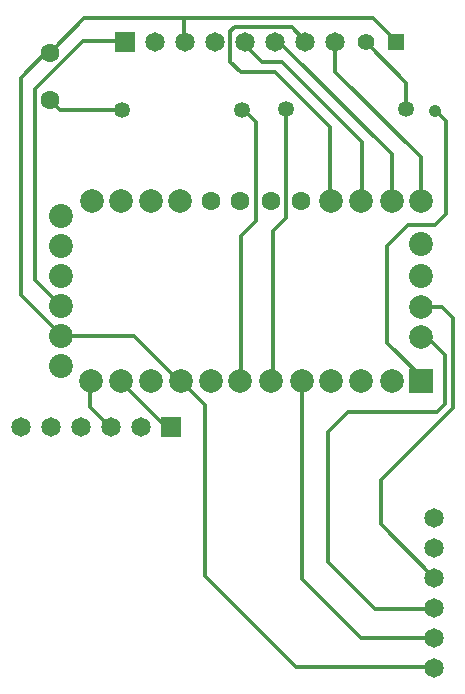
<source format=gtl>
%FSLAX33Y33*%
%MOMM*%
%AMRect-W1650000-H1650000-RO1.500*
21,1,1.65,1.65,0.,0.,90*%
%AMRect-W1650000-H1650000-RO0.500*
21,1,1.65,1.65,0.,0.,270*%
%AMRect-W2000000-H2000000-RO1.500*
21,1,2.,2.,0.,0.,90*%
%AMRect-W1400000-H1400000-RO1.000*
21,1,1.4,1.4,0.,0.,180*%
%ADD10C,0.3*%
%ADD11C,1.0668*%
%ADD12C,1.65*%
%ADD13Rect-W1650000-H1650000-RO1.500*%
%ADD14C,1.65*%
%ADD15C,1.65*%
%ADD16Rect-W1650000-H1650000-RO0.500*%
%ADD17C,2.*%
%ADD18C,2.*%
%ADD19C,1.6*%
%ADD20C,2.029999*%
%ADD21C,2.029999*%
%ADD22Rect-W2000000-H2000000-RO1.500*%
%ADD23C,1.35*%
%ADD24C,1.35*%
%ADD25C,1.4*%
%ADD26Rect-W1400000-H1400000-RO1.000*%
D10*
%LNtop copper_traces*%
G01*
X-37610Y21945D02*
X-37610Y25935D01*
X-65750Y13275D02*
X-67775Y15300D01*
X-46850Y35175D02*
X-37610Y25935D01*
X-39550Y35150D02*
X-36375Y31975D01*
X-65700Y10675D02*
X-69025Y14000D01*
X-51250Y36350D02*
X-50875Y36725D01*
X-37975Y18200D02*
X-36225Y19950D01*
X-33110Y4765D02*
X-33725Y4150D01*
X-67775Y15300D02*
X-67775Y31475D01*
X-32425Y4425D02*
X-32425Y12060D01*
X-50875Y36725D02*
X-46075Y36725D01*
X-63120Y4545D02*
X-63120Y6475D01*
X-42975Y-8550D02*
X-42975Y2450D01*
X-49075Y28625D02*
X-50125Y29675D01*
X-55150Y6225D02*
X-55150Y6825D01*
X-42800Y22035D02*
X-42800Y28273D01*
X-60405Y29675D02*
X-65675Y29675D01*
X-46852Y33777D02*
X-48600Y33777D01*
X-34975Y6975D02*
X-37975Y9975D01*
X-41275Y4150D02*
X-42975Y2450D01*
X-33025Y20850D02*
X-33025Y28750D01*
X-46525Y29450D02*
X-46800Y29725D01*
X-32425Y12060D02*
X-33325Y12960D01*
X-66300Y34800D02*
X-63650Y37450D01*
X-63725Y35525D02*
X-60150Y35525D01*
X-34355Y-9920D02*
X-33700Y-9920D01*
X-45210Y-10065D02*
X-45210Y6800D01*
X-66923Y34525D02*
X-66600Y34525D01*
X-65450Y10515D02*
X-59440Y10515D01*
X-47650Y19400D02*
X-46525Y20525D01*
X-50398Y32925D02*
X-51250Y33777D01*
X-45210Y-10065D02*
X-40225Y-15050D01*
X-38975Y-12550D02*
X-34175Y-12550D01*
X-47452Y32925D02*
X-42800Y28273D01*
X-41275Y4150D02*
X-33725Y4150D01*
X-50325Y19050D02*
X-49075Y20300D01*
X-35110Y21945D02*
X-35110Y25685D01*
X-45725Y-17500D02*
X-33915Y-17500D01*
X-59440Y10515D02*
X-55450Y6525D01*
X-42975Y-8550D02*
X-38975Y-12550D01*
X-61625Y3050D02*
X-63120Y4545D01*
X-33925Y19950D02*
X-33025Y20850D01*
X-49075Y20300D02*
X-49075Y28625D01*
X-55150Y35425D02*
X-55150Y37400D01*
X-35110Y25685D02*
X-42360Y32935D01*
X-69025Y14000D02*
X-69025Y32423D01*
X-42360Y32935D02*
X-42360Y35425D01*
X-60510Y6625D02*
X-56700Y2815D01*
X-36375Y29725D02*
X-36375Y31975D01*
X-33025Y28750D02*
X-33975Y29700D01*
X-67775Y31475D02*
X-63725Y35525D01*
X-46852Y33777D02*
X-40075Y27000D01*
X-33110Y4765D02*
X-33110Y8960D01*
X-39175Y37450D02*
X-37400Y35675D01*
X-69025Y32423D02*
X-66923Y34525D01*
X-33110Y8960D02*
X-34450Y10300D01*
X-47400Y34925D02*
X-47400Y35675D01*
X-55450Y6705D02*
X-53450Y4705D01*
X-40225Y-15050D02*
X-34225Y-15050D01*
X-46525Y20525D02*
X-46525Y29450D01*
X-46075Y36725D02*
X-44900Y35550D01*
X-48600Y33777D02*
X-49777Y34955D01*
X-50325Y7000D02*
X-50325Y19050D01*
X-65675Y29675D02*
X-66525Y30525D01*
X-50398Y32925D02*
X-47452Y32925D01*
X-66300Y34175D02*
X-66300Y34800D01*
X-33325Y12960D02*
X-35110Y12960D01*
X-38525Y-1675D02*
X-32425Y4425D01*
X-63650Y37450D02*
X-39175Y37450D01*
X-40075Y21945D02*
X-40075Y27000D01*
X-53450Y-9775D02*
X-45725Y-17500D01*
X-47650Y7125D02*
X-47650Y19400D01*
X-38525Y-5395D02*
X-38525Y-1675D01*
X-34445Y-7380D02*
X-33800Y-7380D01*
X-36225Y19950D02*
X-33925Y19950D01*
X-53450Y-9775D02*
X-53450Y4705D01*
X-51250Y33777D02*
X-51250Y36350D01*
X-37975Y9975D02*
X-37975Y18200D01*
X-38525Y-5395D02*
X-34000Y-9920D01*
D11*
X-33975Y29575D03*
%LNtop copper component 104f474019bc45ae*%
D12*
X-57600Y35425D03*
X-55060Y35425D03*
X-52520Y35425D03*
X-49980Y35425D03*
X-47440Y35425D03*
X-44900Y35425D03*
X-42360Y35425D03*
D13*
X-60140Y35425D03*
%LNtop copper component 6423f2fbdbf0fd51*%
D14*
X-34000Y-4840D03*
X-34000Y-7380D03*
X-34000Y-9920D03*
X-34000Y-12460D03*
X-34000Y-15000D03*
X-34000Y-17540D03*
%LNtop copper component 2e760206f6eb6219*%
D15*
X-58840Y2815D03*
X-61380Y2815D03*
X-63920Y2815D03*
X-66460Y2815D03*
X-69000Y2815D03*
D16*
X-56300Y2815D03*
%LNtop copper component 725756eb9d5a0c3e*%
D17*
X-35110Y10420D03*
X-35110Y12960D03*
D18*
X-35110Y21945D03*
X-37610Y21945D03*
X-40210Y21945D03*
X-42710Y21945D03*
D19*
X-45310Y21945D03*
X-47810Y21945D03*
X-50410Y21945D03*
X-52910Y21945D03*
D18*
X-55510Y21945D03*
X-58010Y21945D03*
X-60510Y21945D03*
X-63010Y21945D03*
X-37610Y6705D03*
X-40210Y6705D03*
X-42710Y6705D03*
X-45210Y6705D03*
X-47810Y6705D03*
X-50410Y6705D03*
X-52910Y6705D03*
X-60510Y6705D03*
X-58010Y6705D03*
X-63050Y6705D03*
X-55410Y6705D03*
D20*
X-35110Y18300D03*
X-35110Y15635D03*
D21*
X-65590Y7975D03*
X-65590Y10515D03*
X-65590Y13055D03*
X-65590Y15595D03*
X-65590Y18135D03*
X-65590Y20675D03*
D22*
X-35110Y6705D03*
%LNtop copper component e41e54bbfcc8de48*%
D23*
X-50245Y29675D03*
X-60405Y29675D03*
%LNtop copper component bcffb8a9274f0d14*%
D24*
X-46525Y29725D03*
X-36365Y29725D03*
%LNtop copper component 51561cf638072ae7*%
D19*
X-66525Y30525D03*
X-66525Y34525D03*
%LNtop copper component 243e2b77924b8e62*%
D25*
X-39770Y35425D03*
D26*
X-37230Y35425D03*
M02*
</source>
